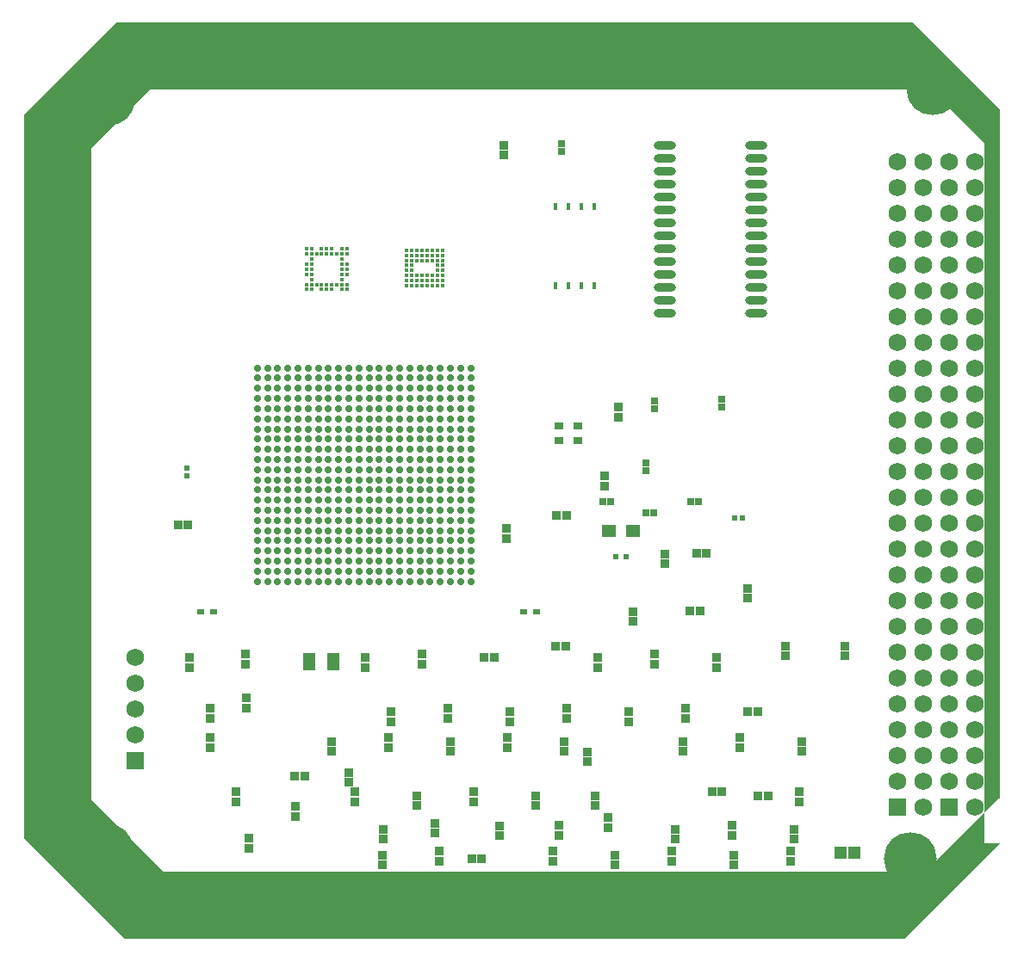
<source format=gts>
G04*
G04 #@! TF.GenerationSoftware,Altium Limited,Altium Designer,21.0.8 (223)*
G04*
G04 Layer_Color=8388736*
%FSLAX25Y25*%
%MOIN*%
G70*
G04*
G04 #@! TF.SameCoordinates,1E681D1C-CCFD-48AA-A558-CB9795AED949*
G04*
G04*
G04 #@! TF.FilePolarity,Negative*
G04*
G01*
G75*
%ADD19R,0.02029X0.01860*%
%ADD20R,0.01860X0.02029*%
%ADD22R,0.03543X0.03150*%
%ADD28R,0.01968X0.01968*%
G04:AMPARAMS|DCode=31|XSize=29.96mil|YSize=15.45mil|CornerRadius=7.73mil|HoleSize=0mil|Usage=FLASHONLY|Rotation=90.000|XOffset=0mil|YOffset=0mil|HoleType=Round|Shape=RoundedRectangle|*
%AMROUNDEDRECTD31*
21,1,0.02996,0.00000,0,0,90.0*
21,1,0.01451,0.01545,0,0,90.0*
1,1,0.01545,0.00000,0.00726*
1,1,0.01545,0.00000,-0.00726*
1,1,0.01545,0.00000,-0.00726*
1,1,0.01545,0.00000,0.00726*
%
%ADD31ROUNDEDRECTD31*%
%ADD32R,0.01545X0.02996*%
%ADD38R,0.04737X0.04934*%
%ADD39R,0.02690X0.02375*%
%ADD40R,0.02572X0.02769*%
%ADD41R,0.03635X0.03792*%
%ADD42R,0.02769X0.02572*%
%ADD43R,0.05328X0.04737*%
%ADD44R,0.03792X0.03635*%
%ADD45C,0.01784*%
%ADD46C,0.02769*%
%ADD47R,0.03635X0.03635*%
%ADD48R,0.04540X0.06902*%
%ADD49R,0.03635X0.03635*%
%ADD50R,0.03359X0.03556*%
%ADD51O,0.08674X0.03162*%
%ADD52C,0.20485*%
%ADD53R,0.06902X0.06902*%
%ADD54C,0.06902*%
G36*
X154000Y126000D02*
X126000Y154000D01*
X126000Y406500D01*
X148500Y429000D01*
X451000Y429000D01*
X471500Y408500D01*
X471500Y137000D01*
X477500Y137000D01*
X477500Y421500D01*
X444000Y455000D01*
X135500Y455000D01*
X100000Y419500D01*
X100000Y139000D01*
X139000Y100000D01*
X440500Y100000D01*
X477500Y137000D01*
X477500Y155000D01*
X448500Y126000D01*
X154000Y126000D01*
D02*
G37*
D19*
X378000Y263000D02*
D03*
X375019D02*
D03*
D20*
X163000Y282490D02*
D03*
Y279510D02*
D03*
D22*
X306858Y298854D02*
D03*
X314142D02*
D03*
Y293146D02*
D03*
X306858D02*
D03*
D28*
X332968Y248000D02*
D03*
X329031D02*
D03*
D31*
X305500Y383758D02*
D03*
X310500D02*
D03*
X315500D02*
D03*
X320500D02*
D03*
Y353242D02*
D03*
X315500D02*
D03*
X310500D02*
D03*
D32*
X305500D02*
D03*
D38*
X415744Y133500D02*
D03*
X421256D02*
D03*
D39*
X173260Y226661D02*
D03*
X168063D02*
D03*
X298260D02*
D03*
X293063D02*
D03*
D40*
X344000Y305500D02*
D03*
Y308453D02*
D03*
X370000Y306024D02*
D03*
Y308976D02*
D03*
X340500Y281547D02*
D03*
Y284500D02*
D03*
X308000Y405024D02*
D03*
Y407976D02*
D03*
D41*
X324500Y279390D02*
D03*
Y275610D02*
D03*
X330000Y306000D02*
D03*
Y302221D02*
D03*
X348000Y249279D02*
D03*
Y245500D02*
D03*
X260500Y134000D02*
D03*
Y130220D02*
D03*
X264000Y189390D02*
D03*
Y185610D02*
D03*
X185500Y210390D02*
D03*
Y206610D02*
D03*
X259000Y144890D02*
D03*
Y141110D02*
D03*
X287000Y178000D02*
D03*
Y174221D02*
D03*
X310000Y189390D02*
D03*
Y185610D02*
D03*
X187000Y139000D02*
D03*
Y135221D02*
D03*
X377000Y178000D02*
D03*
Y174221D02*
D03*
X374000Y144000D02*
D03*
Y140220D02*
D03*
X286500Y259000D02*
D03*
Y255221D02*
D03*
X228000Y157000D02*
D03*
Y153220D02*
D03*
X344000Y210390D02*
D03*
Y206610D02*
D03*
X335500Y226780D02*
D03*
Y223000D02*
D03*
X241000Y178000D02*
D03*
Y174221D02*
D03*
X225500Y164500D02*
D03*
Y160721D02*
D03*
X318000Y172500D02*
D03*
Y168720D02*
D03*
X380000Y235890D02*
D03*
Y232110D02*
D03*
X400000Y157000D02*
D03*
Y153220D02*
D03*
X172000Y178000D02*
D03*
Y174221D02*
D03*
X254000Y210390D02*
D03*
Y206610D02*
D03*
X304500Y134000D02*
D03*
Y130220D02*
D03*
X274000Y157000D02*
D03*
Y153220D02*
D03*
X182000Y157000D02*
D03*
Y153220D02*
D03*
X356000Y189390D02*
D03*
Y185610D02*
D03*
X396500Y134000D02*
D03*
Y130220D02*
D03*
X307000Y144000D02*
D03*
Y140220D02*
D03*
X172000Y189390D02*
D03*
Y185610D02*
D03*
X350500Y134000D02*
D03*
Y130220D02*
D03*
D42*
X324024Y269500D02*
D03*
X326976D02*
D03*
X358024D02*
D03*
X360976D02*
D03*
X340524Y265000D02*
D03*
X343476D02*
D03*
D43*
X326248Y258000D02*
D03*
X335500D02*
D03*
D44*
X309780Y264000D02*
D03*
X306000D02*
D03*
X363843Y249500D02*
D03*
X360063D02*
D03*
X369890Y157110D02*
D03*
X366110D02*
D03*
X159610Y260500D02*
D03*
X163390D02*
D03*
D45*
X209126Y367374D02*
D03*
X211094D02*
D03*
X215032D02*
D03*
X217000D02*
D03*
X218969D02*
D03*
X222905D02*
D03*
X224874D02*
D03*
X209126Y365406D02*
D03*
X211094D02*
D03*
X213063D02*
D03*
X215032D02*
D03*
X217000D02*
D03*
X218969D02*
D03*
X220937D02*
D03*
X222905D02*
D03*
X224874D02*
D03*
X211094Y363437D02*
D03*
X222905D02*
D03*
X209126Y361469D02*
D03*
X211094D02*
D03*
X222905D02*
D03*
X224874D02*
D03*
X209126Y359500D02*
D03*
X211094D02*
D03*
X222905D02*
D03*
X224874D02*
D03*
X209126Y357531D02*
D03*
X211094D02*
D03*
X222905D02*
D03*
X224874D02*
D03*
X211094Y355563D02*
D03*
X222905D02*
D03*
X209126Y353594D02*
D03*
X211094D02*
D03*
X213063D02*
D03*
X215032D02*
D03*
X217000D02*
D03*
X218969D02*
D03*
X220937D02*
D03*
X222905D02*
D03*
X224874D02*
D03*
X209126Y351626D02*
D03*
X211094D02*
D03*
X215032D02*
D03*
X217000D02*
D03*
X218969D02*
D03*
X222905D02*
D03*
X224874D02*
D03*
X261811Y353095D02*
D03*
X259842D02*
D03*
X257874D02*
D03*
X255906D02*
D03*
X253937D02*
D03*
X251969D02*
D03*
X250000D02*
D03*
X248031D02*
D03*
X261811Y355063D02*
D03*
X259842D02*
D03*
X257874D02*
D03*
X255906D02*
D03*
X253937D02*
D03*
X251969D02*
D03*
X250000D02*
D03*
X248031D02*
D03*
X261811Y357031D02*
D03*
X259842D02*
D03*
X257874D02*
D03*
X255906D02*
D03*
X253937D02*
D03*
X251969D02*
D03*
X250000D02*
D03*
X248031D02*
D03*
X261811Y359000D02*
D03*
X259842D02*
D03*
X250000D02*
D03*
X248031D02*
D03*
X261811Y360968D02*
D03*
X259842D02*
D03*
X250000D02*
D03*
X248031D02*
D03*
X261811Y362937D02*
D03*
X259842D02*
D03*
X257874D02*
D03*
X255906D02*
D03*
X253937D02*
D03*
X251969D02*
D03*
X250000D02*
D03*
X248031D02*
D03*
X261811Y364906D02*
D03*
X259842D02*
D03*
X257874D02*
D03*
X255906D02*
D03*
X253937D02*
D03*
X251969D02*
D03*
X250000D02*
D03*
X248031D02*
D03*
X261811Y366874D02*
D03*
X259842D02*
D03*
X257874D02*
D03*
X255906D02*
D03*
X253937D02*
D03*
X251969D02*
D03*
X250000D02*
D03*
X248031D02*
D03*
D46*
X272807Y321244D02*
D03*
Y317307D02*
D03*
Y313370D02*
D03*
Y309433D02*
D03*
Y305496D02*
D03*
Y301559D02*
D03*
Y297622D02*
D03*
Y293685D02*
D03*
Y289748D02*
D03*
Y285811D02*
D03*
Y281874D02*
D03*
Y277937D02*
D03*
Y274000D02*
D03*
Y270063D02*
D03*
Y266126D02*
D03*
Y262189D02*
D03*
Y258252D02*
D03*
Y254315D02*
D03*
Y250378D02*
D03*
Y246441D02*
D03*
Y242504D02*
D03*
Y238567D02*
D03*
X268870Y321244D02*
D03*
Y317307D02*
D03*
Y313370D02*
D03*
Y309433D02*
D03*
Y305496D02*
D03*
Y301559D02*
D03*
Y297622D02*
D03*
Y293685D02*
D03*
Y289748D02*
D03*
Y285811D02*
D03*
Y281874D02*
D03*
Y277937D02*
D03*
Y274000D02*
D03*
Y270063D02*
D03*
Y266126D02*
D03*
Y262189D02*
D03*
Y258252D02*
D03*
Y254315D02*
D03*
Y250378D02*
D03*
Y246441D02*
D03*
Y242504D02*
D03*
Y238567D02*
D03*
X264933Y321244D02*
D03*
Y317307D02*
D03*
Y313370D02*
D03*
Y309433D02*
D03*
Y305496D02*
D03*
Y301559D02*
D03*
Y297622D02*
D03*
Y293685D02*
D03*
Y289748D02*
D03*
Y285811D02*
D03*
Y281874D02*
D03*
Y277937D02*
D03*
Y274000D02*
D03*
Y270063D02*
D03*
Y266126D02*
D03*
Y262189D02*
D03*
Y258252D02*
D03*
Y254315D02*
D03*
Y250378D02*
D03*
Y246441D02*
D03*
Y242504D02*
D03*
Y238567D02*
D03*
X260996Y321244D02*
D03*
Y317307D02*
D03*
Y313370D02*
D03*
Y309433D02*
D03*
Y305496D02*
D03*
Y301559D02*
D03*
Y297622D02*
D03*
Y293685D02*
D03*
Y289748D02*
D03*
Y285811D02*
D03*
Y281874D02*
D03*
Y277937D02*
D03*
Y274000D02*
D03*
Y270063D02*
D03*
Y266126D02*
D03*
Y262189D02*
D03*
Y258252D02*
D03*
Y254315D02*
D03*
Y250378D02*
D03*
Y246441D02*
D03*
Y242504D02*
D03*
Y238567D02*
D03*
X257059Y321244D02*
D03*
Y317307D02*
D03*
Y313370D02*
D03*
Y309433D02*
D03*
Y305496D02*
D03*
Y301559D02*
D03*
Y297622D02*
D03*
Y293685D02*
D03*
Y289748D02*
D03*
Y285811D02*
D03*
Y281874D02*
D03*
Y277937D02*
D03*
Y274000D02*
D03*
Y270063D02*
D03*
Y266126D02*
D03*
Y262189D02*
D03*
Y258252D02*
D03*
Y254315D02*
D03*
Y250378D02*
D03*
Y246441D02*
D03*
Y242504D02*
D03*
Y238567D02*
D03*
X253122Y321244D02*
D03*
Y317307D02*
D03*
Y313370D02*
D03*
Y309433D02*
D03*
Y305496D02*
D03*
Y301559D02*
D03*
Y297622D02*
D03*
Y293685D02*
D03*
Y289748D02*
D03*
Y285811D02*
D03*
Y281874D02*
D03*
Y277937D02*
D03*
Y274000D02*
D03*
Y270063D02*
D03*
Y266126D02*
D03*
Y262189D02*
D03*
Y258252D02*
D03*
Y254315D02*
D03*
Y250378D02*
D03*
Y246441D02*
D03*
Y242504D02*
D03*
Y238567D02*
D03*
X249185Y321244D02*
D03*
Y317307D02*
D03*
Y313370D02*
D03*
Y309433D02*
D03*
Y305496D02*
D03*
Y301559D02*
D03*
Y297622D02*
D03*
Y293685D02*
D03*
Y289748D02*
D03*
Y285811D02*
D03*
Y281874D02*
D03*
Y277937D02*
D03*
Y274000D02*
D03*
Y270063D02*
D03*
Y266126D02*
D03*
Y262189D02*
D03*
Y258252D02*
D03*
Y254315D02*
D03*
Y250378D02*
D03*
Y246441D02*
D03*
Y242504D02*
D03*
Y238567D02*
D03*
X245248Y321244D02*
D03*
Y317307D02*
D03*
Y313370D02*
D03*
Y309433D02*
D03*
Y305496D02*
D03*
Y301559D02*
D03*
Y297622D02*
D03*
Y293685D02*
D03*
Y289748D02*
D03*
Y285811D02*
D03*
Y281874D02*
D03*
Y277937D02*
D03*
Y274000D02*
D03*
Y270063D02*
D03*
Y266126D02*
D03*
Y262189D02*
D03*
Y258252D02*
D03*
Y254315D02*
D03*
Y250378D02*
D03*
Y246441D02*
D03*
Y242504D02*
D03*
Y238567D02*
D03*
X241311Y321244D02*
D03*
Y317307D02*
D03*
Y313370D02*
D03*
Y309433D02*
D03*
Y305496D02*
D03*
Y301559D02*
D03*
Y297622D02*
D03*
Y293685D02*
D03*
Y289748D02*
D03*
Y285811D02*
D03*
Y281874D02*
D03*
Y277937D02*
D03*
Y274000D02*
D03*
Y270063D02*
D03*
Y266126D02*
D03*
Y262189D02*
D03*
Y258252D02*
D03*
Y254315D02*
D03*
Y250378D02*
D03*
Y246441D02*
D03*
Y242504D02*
D03*
Y238567D02*
D03*
X237374Y321244D02*
D03*
Y317307D02*
D03*
Y313370D02*
D03*
Y309433D02*
D03*
Y305496D02*
D03*
Y301559D02*
D03*
Y297622D02*
D03*
Y293685D02*
D03*
Y289748D02*
D03*
Y285811D02*
D03*
Y281874D02*
D03*
Y277937D02*
D03*
Y274000D02*
D03*
Y270063D02*
D03*
Y266126D02*
D03*
Y262189D02*
D03*
Y258252D02*
D03*
Y254315D02*
D03*
Y250378D02*
D03*
Y246441D02*
D03*
Y242504D02*
D03*
Y238567D02*
D03*
X233437Y321244D02*
D03*
Y317307D02*
D03*
Y313370D02*
D03*
Y309433D02*
D03*
Y305496D02*
D03*
Y301559D02*
D03*
Y297622D02*
D03*
Y293685D02*
D03*
Y289748D02*
D03*
Y285811D02*
D03*
Y281874D02*
D03*
Y277937D02*
D03*
Y274000D02*
D03*
Y270063D02*
D03*
Y266126D02*
D03*
Y262189D02*
D03*
Y258252D02*
D03*
Y254315D02*
D03*
Y250378D02*
D03*
Y246441D02*
D03*
Y242504D02*
D03*
Y238567D02*
D03*
X229500Y321244D02*
D03*
Y317307D02*
D03*
Y313370D02*
D03*
Y309433D02*
D03*
Y305496D02*
D03*
Y301559D02*
D03*
Y297622D02*
D03*
Y293685D02*
D03*
Y289748D02*
D03*
Y285811D02*
D03*
Y281874D02*
D03*
Y277937D02*
D03*
Y274000D02*
D03*
Y270063D02*
D03*
Y266126D02*
D03*
Y262189D02*
D03*
Y258252D02*
D03*
Y254315D02*
D03*
Y250378D02*
D03*
Y246441D02*
D03*
Y242504D02*
D03*
Y238567D02*
D03*
X225563Y321244D02*
D03*
Y317307D02*
D03*
Y313370D02*
D03*
Y309433D02*
D03*
Y305496D02*
D03*
Y301559D02*
D03*
Y297622D02*
D03*
Y293685D02*
D03*
Y289748D02*
D03*
Y285811D02*
D03*
Y281874D02*
D03*
Y277937D02*
D03*
Y274000D02*
D03*
Y270063D02*
D03*
Y266126D02*
D03*
Y262189D02*
D03*
Y258252D02*
D03*
Y254315D02*
D03*
Y250378D02*
D03*
Y246441D02*
D03*
Y242504D02*
D03*
Y238567D02*
D03*
X221626Y321244D02*
D03*
Y317307D02*
D03*
Y313370D02*
D03*
Y309433D02*
D03*
Y305496D02*
D03*
Y301559D02*
D03*
Y297622D02*
D03*
Y293685D02*
D03*
Y289748D02*
D03*
Y285811D02*
D03*
Y281874D02*
D03*
Y277937D02*
D03*
Y274000D02*
D03*
Y270063D02*
D03*
Y266126D02*
D03*
Y262189D02*
D03*
Y258252D02*
D03*
Y254315D02*
D03*
Y250378D02*
D03*
Y246441D02*
D03*
Y242504D02*
D03*
Y238567D02*
D03*
X217689Y321244D02*
D03*
Y317307D02*
D03*
Y313370D02*
D03*
Y309433D02*
D03*
Y305496D02*
D03*
Y301559D02*
D03*
Y297622D02*
D03*
Y293685D02*
D03*
Y289748D02*
D03*
Y285811D02*
D03*
Y281874D02*
D03*
Y277937D02*
D03*
Y274000D02*
D03*
Y270063D02*
D03*
Y266126D02*
D03*
Y262189D02*
D03*
Y258252D02*
D03*
Y254315D02*
D03*
Y250378D02*
D03*
Y246441D02*
D03*
Y242504D02*
D03*
Y238567D02*
D03*
X213752Y321244D02*
D03*
Y317307D02*
D03*
Y313370D02*
D03*
Y309433D02*
D03*
Y305496D02*
D03*
Y301559D02*
D03*
Y297622D02*
D03*
Y293685D02*
D03*
Y289748D02*
D03*
Y285811D02*
D03*
Y281874D02*
D03*
Y277937D02*
D03*
Y274000D02*
D03*
Y270063D02*
D03*
Y266126D02*
D03*
Y262189D02*
D03*
Y258252D02*
D03*
Y254315D02*
D03*
Y250378D02*
D03*
Y246441D02*
D03*
Y242504D02*
D03*
Y238567D02*
D03*
X209815Y321244D02*
D03*
Y317307D02*
D03*
Y313370D02*
D03*
Y309433D02*
D03*
Y305496D02*
D03*
Y301559D02*
D03*
Y297622D02*
D03*
Y293685D02*
D03*
Y289748D02*
D03*
Y285811D02*
D03*
Y281874D02*
D03*
Y277937D02*
D03*
Y274000D02*
D03*
Y270063D02*
D03*
Y266126D02*
D03*
Y262189D02*
D03*
Y258252D02*
D03*
Y254315D02*
D03*
Y250378D02*
D03*
Y246441D02*
D03*
Y242504D02*
D03*
Y238567D02*
D03*
X205878Y321244D02*
D03*
Y317307D02*
D03*
Y313370D02*
D03*
Y309433D02*
D03*
Y305496D02*
D03*
Y301559D02*
D03*
Y297622D02*
D03*
Y293685D02*
D03*
Y289748D02*
D03*
Y285811D02*
D03*
Y281874D02*
D03*
Y277937D02*
D03*
Y274000D02*
D03*
Y270063D02*
D03*
Y266126D02*
D03*
Y262189D02*
D03*
Y258252D02*
D03*
Y254315D02*
D03*
Y250378D02*
D03*
Y246441D02*
D03*
Y242504D02*
D03*
Y238567D02*
D03*
X201941Y321244D02*
D03*
Y317307D02*
D03*
Y313370D02*
D03*
Y309433D02*
D03*
Y305496D02*
D03*
Y301559D02*
D03*
Y297622D02*
D03*
Y293685D02*
D03*
Y289748D02*
D03*
Y285811D02*
D03*
Y281874D02*
D03*
Y277937D02*
D03*
Y274000D02*
D03*
Y270063D02*
D03*
Y266126D02*
D03*
Y262189D02*
D03*
Y258252D02*
D03*
Y254315D02*
D03*
Y250378D02*
D03*
Y246441D02*
D03*
Y242504D02*
D03*
Y238567D02*
D03*
X198004Y321244D02*
D03*
Y317307D02*
D03*
Y313370D02*
D03*
Y309433D02*
D03*
Y305496D02*
D03*
Y301559D02*
D03*
Y297622D02*
D03*
Y293685D02*
D03*
Y289748D02*
D03*
Y285811D02*
D03*
Y281874D02*
D03*
Y277937D02*
D03*
Y274000D02*
D03*
Y270063D02*
D03*
Y266126D02*
D03*
Y262189D02*
D03*
Y258252D02*
D03*
Y254315D02*
D03*
Y250378D02*
D03*
Y246441D02*
D03*
Y242504D02*
D03*
Y238567D02*
D03*
X194067Y321244D02*
D03*
Y317307D02*
D03*
Y313370D02*
D03*
Y309433D02*
D03*
Y305496D02*
D03*
Y301559D02*
D03*
Y297622D02*
D03*
Y293685D02*
D03*
Y289748D02*
D03*
Y285811D02*
D03*
Y281874D02*
D03*
Y277937D02*
D03*
Y274000D02*
D03*
Y270063D02*
D03*
Y266126D02*
D03*
Y262189D02*
D03*
Y258252D02*
D03*
Y254315D02*
D03*
Y250378D02*
D03*
Y246441D02*
D03*
Y242504D02*
D03*
Y238567D02*
D03*
X190130Y321244D02*
D03*
Y317307D02*
D03*
Y313370D02*
D03*
Y309433D02*
D03*
Y305496D02*
D03*
Y301559D02*
D03*
Y297622D02*
D03*
Y293685D02*
D03*
Y289748D02*
D03*
Y285811D02*
D03*
Y281874D02*
D03*
Y277937D02*
D03*
Y274000D02*
D03*
Y270063D02*
D03*
Y266126D02*
D03*
Y262189D02*
D03*
Y258252D02*
D03*
Y254315D02*
D03*
Y250378D02*
D03*
Y246441D02*
D03*
Y242504D02*
D03*
Y238567D02*
D03*
D47*
X309000Y172642D02*
D03*
Y176579D02*
D03*
X219000Y172642D02*
D03*
Y176579D02*
D03*
X322000Y205031D02*
D03*
Y208968D02*
D03*
X401000Y172642D02*
D03*
Y176579D02*
D03*
X252000Y151642D02*
D03*
Y155579D02*
D03*
X265000Y172642D02*
D03*
Y176579D02*
D03*
X238500Y128642D02*
D03*
Y132579D02*
D03*
X368000Y205031D02*
D03*
Y208968D02*
D03*
X242000Y184031D02*
D03*
Y187969D02*
D03*
X232000Y205031D02*
D03*
Y208968D02*
D03*
X417500Y209642D02*
D03*
Y213579D02*
D03*
X355000Y172642D02*
D03*
Y176579D02*
D03*
X394500Y209642D02*
D03*
Y213579D02*
D03*
X164000Y205031D02*
D03*
Y208968D02*
D03*
X326000Y143142D02*
D03*
Y147079D02*
D03*
X288000Y184031D02*
D03*
Y187969D02*
D03*
X321000Y151642D02*
D03*
Y155579D02*
D03*
X374500Y128642D02*
D03*
Y132579D02*
D03*
X334000Y184031D02*
D03*
Y187969D02*
D03*
X205000Y147500D02*
D03*
Y151437D02*
D03*
X284000Y140000D02*
D03*
Y143937D02*
D03*
X328500Y128642D02*
D03*
Y132579D02*
D03*
X298000Y151642D02*
D03*
Y155579D02*
D03*
X398000Y138642D02*
D03*
Y142579D02*
D03*
X186000Y189532D02*
D03*
Y193468D02*
D03*
X352000Y138642D02*
D03*
Y142579D02*
D03*
X239000Y138642D02*
D03*
Y142579D02*
D03*
D48*
X219626Y207500D02*
D03*
X210374D02*
D03*
D49*
X204532Y163110D02*
D03*
X208469D02*
D03*
X357531Y227000D02*
D03*
X361469D02*
D03*
X384032Y155610D02*
D03*
X387968D02*
D03*
X278031Y209000D02*
D03*
X281968D02*
D03*
X305532Y213610D02*
D03*
X309469D02*
D03*
X380031Y188000D02*
D03*
X383968D02*
D03*
X273063Y131000D02*
D03*
X277000D02*
D03*
D50*
X285500Y403630D02*
D03*
Y407370D02*
D03*
D51*
X383217Y342500D02*
D03*
Y347500D02*
D03*
Y352500D02*
D03*
Y357500D02*
D03*
Y362500D02*
D03*
Y367500D02*
D03*
Y372500D02*
D03*
Y377500D02*
D03*
Y382500D02*
D03*
Y387500D02*
D03*
Y392500D02*
D03*
Y397500D02*
D03*
Y402500D02*
D03*
Y407500D02*
D03*
X347783Y342500D02*
D03*
Y347500D02*
D03*
Y352500D02*
D03*
Y357500D02*
D03*
Y362500D02*
D03*
Y367500D02*
D03*
Y372500D02*
D03*
Y377500D02*
D03*
Y382500D02*
D03*
Y387500D02*
D03*
Y392500D02*
D03*
Y397500D02*
D03*
Y402500D02*
D03*
Y407500D02*
D03*
D52*
X132500Y425500D02*
D03*
X451500Y429500D02*
D03*
X443000Y131000D02*
D03*
X132000Y134500D02*
D03*
D53*
X458000Y151000D02*
D03*
X438000D02*
D03*
X143000Y169000D02*
D03*
D54*
X458000Y161000D02*
D03*
Y171000D02*
D03*
Y181000D02*
D03*
Y191000D02*
D03*
Y201000D02*
D03*
Y211000D02*
D03*
Y221000D02*
D03*
Y231000D02*
D03*
Y241000D02*
D03*
Y251000D02*
D03*
Y261000D02*
D03*
Y271000D02*
D03*
Y281000D02*
D03*
Y291000D02*
D03*
Y301000D02*
D03*
Y311000D02*
D03*
Y321000D02*
D03*
Y331000D02*
D03*
Y341000D02*
D03*
Y351000D02*
D03*
Y361000D02*
D03*
Y371000D02*
D03*
Y381000D02*
D03*
Y391000D02*
D03*
Y401000D02*
D03*
X468000Y151000D02*
D03*
Y161000D02*
D03*
Y171000D02*
D03*
Y181000D02*
D03*
Y191000D02*
D03*
Y201000D02*
D03*
Y211000D02*
D03*
Y221000D02*
D03*
Y231000D02*
D03*
Y241000D02*
D03*
Y251000D02*
D03*
Y261000D02*
D03*
Y271000D02*
D03*
Y281000D02*
D03*
Y291000D02*
D03*
Y301000D02*
D03*
Y311000D02*
D03*
Y321000D02*
D03*
Y331000D02*
D03*
Y341000D02*
D03*
Y351000D02*
D03*
Y361000D02*
D03*
Y371000D02*
D03*
Y381000D02*
D03*
Y391000D02*
D03*
Y401000D02*
D03*
X438000Y161000D02*
D03*
Y171000D02*
D03*
Y181000D02*
D03*
Y191000D02*
D03*
Y201000D02*
D03*
Y211000D02*
D03*
Y221000D02*
D03*
Y231000D02*
D03*
Y241000D02*
D03*
Y251000D02*
D03*
Y261000D02*
D03*
Y271000D02*
D03*
Y281000D02*
D03*
Y291000D02*
D03*
Y301000D02*
D03*
Y311000D02*
D03*
Y321000D02*
D03*
Y331000D02*
D03*
Y341000D02*
D03*
Y351000D02*
D03*
Y361000D02*
D03*
Y371000D02*
D03*
Y381000D02*
D03*
Y391000D02*
D03*
Y401000D02*
D03*
X448000Y151000D02*
D03*
Y161000D02*
D03*
Y171000D02*
D03*
Y181000D02*
D03*
Y191000D02*
D03*
Y201000D02*
D03*
Y211000D02*
D03*
Y221000D02*
D03*
Y231000D02*
D03*
Y241000D02*
D03*
Y251000D02*
D03*
Y261000D02*
D03*
Y271000D02*
D03*
Y281000D02*
D03*
Y291000D02*
D03*
Y301000D02*
D03*
Y311000D02*
D03*
Y321000D02*
D03*
Y331000D02*
D03*
Y341000D02*
D03*
Y351000D02*
D03*
Y361000D02*
D03*
Y371000D02*
D03*
Y381000D02*
D03*
Y391000D02*
D03*
Y401000D02*
D03*
X143000Y209000D02*
D03*
Y199000D02*
D03*
Y189000D02*
D03*
Y179000D02*
D03*
M02*

</source>
